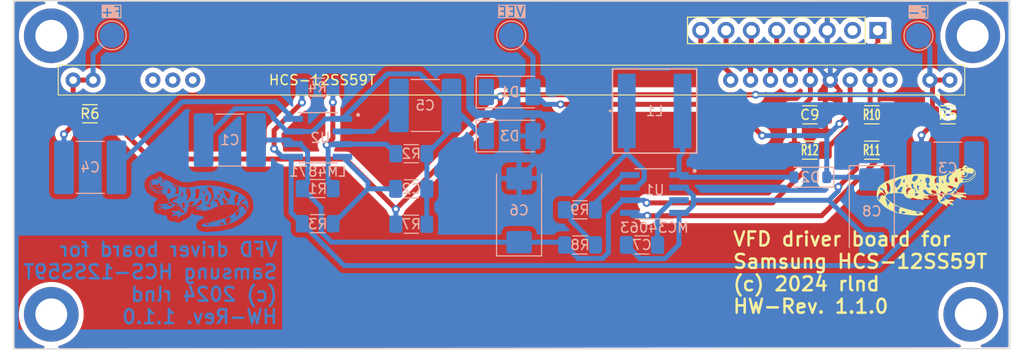
<source format=kicad_pcb>
(kicad_pcb (version 20240108) (generator "pcbnew") (generator_version "8.0")
  (layers (0 "F.Cu" signal) (31 "B.Cu" signal) (34 "B.Paste" user) (35 "F.Paste" user) (36 "B.SilkS" user "B.Silkscreen") (37 "F.SilkS" user "F.Silkscreen") (38 "B.Mask" user) (39 "F.Mask" user) (44 "Edge.Cuts" user))
  (net 0 "")
  (net 1 "VCC")
  (net 2 "VF1")
  (net 3 "VF2")
  (net 4 "VEE")
  (net 5 "Net-(J1-Pin_4)")
  (net 6 "Net-(J1-Pin_5)")
  (net 7 "Net-(J1-Pin_6)")
  (net 8 "Net-(J1-Pin_7)")
  (net 9 "Net-(J1-Pin_8)")
  (net 10 "Net-(D3-K)")
  (net 11 "Net-(U2--IN)")
  (net 12 "Net-(U2-V01)")
  (net 13 "Net-(U2-V02)")
  (net 14 "Net-(U2-BYPASS)")
  (net 15 "Gnd")
  (net 16 "Net-(U1-GND)")
  (net 17 "Net-(U1-TC)")
  (net 18 "Net-(D1-K)")
  (net 19 "Net-(D2-A)")
  (net 21 "Net-(U1-Ipk)")
  (net 22 "Net-(U2-+IN)")
  (net 23 "Net-(U1-DC)")
  (net 24 "Net-(U1-Vfb)")
  (footprint "Resistor_SMD:R_1206_3216Metric_Pad1.30x1.75mm_HandSolder" (layer "F.Cu") (at 93.3362 28.4822)
    (property "Reference" "R12")
    (property "Value" "8k2")
  )
  (footprint "MountingHole:MountingHole_3.2mm_M3_ISO14580_Pad_TopBottom" (layer "F.Cu") (at 17.1934 16.9834)
    (property "Reference" "H1" (hide yes))
    (property "Value" "MountingHole")
  )
  (footprint "Resistor_SMD:R_1206_3216Metric_Pad1.30x1.75mm_HandSolder" (layer "F.Cu") (at 99.5598 28.4822 180)
    (property "Reference" "R11")
    (property "Value" "1k8")
  )
  (footprint "Capacitor_SMD:C_1206_3216Metric_Pad1.33x1.80mm_HandSolder" (layer "F.Cu") (at 93.3362 24.9262 180)
    (property "Reference" "C9")
    (property "Value" "82p")
  )
  (footprint "MountingHole:MountingHole_3.2mm_M3_ISO14580_Pad_TopBottom" (layer "F.Cu") (at 109.4934 44.9834)
    (property "Reference" "H4" (hide yes))
    (property "Value" "MountingHole")
  )
  (footprint "Connector_PinSocket_2.54mm:PinSocket_1x08_P2.54mm_Vertical" (layer "F.Cu") (at 100.1694 16.4426 -90)
    (property "Reference" "J1" (hide yes))
    (property "Value" "MCU")
  )
  (footprint "Resistor_SMD:R_1206_3216Metric_Pad1.30x1.75mm_HandSolder" (layer "F.Cu") (at 107.2046 24.9262)
    (property "Reference" "R5")
    (property "Value" "1k")
  )
  (footprint "MyLib:VFD HCS-12SS59T" (layer "F.Cu") (at 13.3903 19.4369)
    (property "Reference" "V1" (hide yes))
    (property "Value" "HCS-12SS59T")
  )
  (footprint "MyLib:Salamander_Silk" (layer "F.Cu") (at 105 32.5)
    (property "Reference" "G***")
    (property "Value" "LOGO" (hide yes))
  )
  (footprint "MountingHole:MountingHole_3.2mm_M3_ISO14580_Pad_TopBottom" (layer "F.Cu") (at 109.6934 16.9834)
    (property "Reference" "H2" (hide yes))
    (property "Value" "MountingHole")
  )
  (footprint "Resistor_SMD:R_1206_3216Metric_Pad1.30x1.75mm_HandSolder" (layer "F.Cu") (at 21.0773 24.8246)
    (property "Reference" "R6")
    (property "Value" "1k")
  )
  (footprint "Resistor_SMD:R_1206_3216Metric_Pad1.30x1.75mm_HandSolder" (layer "F.Cu") (at 99.5592 24.9262 180)
    (property "Reference" "R10")
    (property "Value" "47k")
  )
  (footprint "MyLib:Salamander_B_Copper" (layer "F.Cu") (at 32.0212 33.6384)
    (property "Reference" "G***" (hide yes))
    (property "Value" "LOGO" (hide yes))
  )
  (footprint "MountingHole:MountingHole_3.2mm_M3_ISO14580_Pad_TopBottom" (layer "F.Cu") (at 17.1934 44.9834)
    (property "Reference" "H3" (hide yes))
    (property "Value" "MountingHole")
  )
  (footprint "Capacitor_Tantalum_SMD:CP_EIA-7343-31_Kemet-D_Pad2.25x2.55mm_HandSolder" (layer "B.Cu") (at 99.5598 34.6294 -90)
    (property "Reference" "C8")
    (property "Value" "100uF")
  )
  (footprint "Capacitor_Tantalum_SMD:CP_EIA-7343-31_Kemet-D_Pad2.25x2.55mm_HandSolder" (layer "B.Cu") (at 64.151 34.5278 90)
    (property "Reference" "C6")
    (property "Value" "100uF")
  )
  (footprint "Resistor_SMD:R_1206_3216Metric_Pad1.30x1.75mm_HandSolder" (layer "B.Cu") (at 70.2482 34.4766 180)
    (property "Reference" "R9")
    (property "Value" "180")
  )
  (footprint "Capacitor_SMD:C_2220_5750Metric_Pad1.97x5.40mm_HandSolder" (layer "B.Cu") (at 21.1033 30.2094 180)
    (property "Reference" "C4")
    (property "Value" "1u")
  )
  (footprint "Diode_SMD:D_2010_5025Metric_Pad1.52x2.65mm_HandSolder" (layer "B.Cu") (at 63.2112 27.0602)
    (property "Reference" "D3")
    (property "Value" "D")
  )
  (footprint "MyLib:SOIC127P599X175-8N" (layer "B.Cu") (at 77.735 32.8764 180)
    (property "Reference" "U1")
    (property "Value" "MC34063")
  )
  (footprint "Resistor_SMD:R_1206_3216Metric_Pad1.30x1.75mm_HandSolder" (layer "B.Cu") (at 43.9338 35.8736)
    (property "Reference" "R3")
    (property "Value" "2k2")
  )
  (footprint "TestPoint:TestPoint_Pad_D2.5mm" (layer "B.Cu") (at 63.373 16.9418 180)
    (property "Reference" "TP1" (hide yes))
    (property "Value" "VEE")
  )
  (footprint "Capacitor_SMD:C_2220_5750Metric_Pad1.97x5.40mm_HandSolder" (layer "B.Cu") (at 54.7294 23.9864)
    (property "Reference" "C5")
    (property "Value" "1u")
  )
  (footprint "Resistor_SMD:R_1206_3216Metric_Pad1.30x1.75mm_HandSolder" (layer "B.Cu") (at 53.3324 28.8378)
    (property "Reference" "R2")
    (property "Value" "10k")
  )
  (footprint "TestPoint:TestPoint_Pad_D2.5mm" (layer "B.Cu") (at 104.2416 16.9926 180)
    (property "Reference" "TP2" (hide yes))
    (property "Value" "F-")
  )
  (footprint "Resistor_SMD:R_1206_3216Metric_Pad1.30x1.75mm_HandSolder" (layer "B.Cu") (at 43.9332 32.343)
    (property "Reference" "R1")
    (property "Value" "10k")
  )
  (footprint "Diode_SMD:D_SOD-123" (layer "B.Cu") (at 93.3876 31.2 180)
    (property "Reference" "D2")
    (property "Value" "1N5819")
  )
  (footprint "TestPoint:TestPoint_Pad_D2.5mm" (layer "B.Cu") (at 23.2664 16.9418 180)
    (property "Reference" "TP3" (hide yes))
    (property "Value" "F+")
  )
  (footprint "Capacitor_SMD:C_2220_5750Metric_Pad1.97x5.40mm_HandSolder" (layer "B.Cu") (at 107.1839 30.2856 180)
    (property "Reference" "C3")
    (property "Value" "1u")
  )
  (footprint "Capacitor_SMD:C_1206_3216Metric_Pad1.33x1.80mm_HandSolder" (layer "B.Cu") (at 53.3324 32.3684)
    (property "Reference" "C2")
    (property "Value" "10n")
  )
  (footprint "MyLib:IND_TAIYO_NRS8040_TAY" (layer "B.Cu") (at 77.7603 24.5452)
    (property "Reference" "L1")
    (property "Value" "100uH")
  )
  (footprint "Resistor_SMD:R_1206_3216Metric_Pad1.30x1.75mm_HandSolder" (layer "B.Cu") (at 53.3324 35.9244)
    (property "Reference" "R7")
    (property "Value" "100k")
  )
  (footprint "Capacitor_SMD:C_2220_5750Metric_Pad1.97x5.40mm_HandSolder" (layer "B.Cu") (at 35.1153 27.4662 180)
    (property "Reference" "C1")
    (property "Value" "1u")
  )
  (footprint "Resistor_SMD:R_1206_3216Metric_Pad1.30x1.75mm_HandSolder" (layer "B.Cu") (at 43.9078 22.1576 180)
    (property "Reference" "R4")
    (property "Value" "10k")
  )
  (footprint "Capacitor_SMD:C_1206_3216Metric_Pad1.33x1.80mm_HandSolder" (layer "B.Cu") (at 76.4903 38.0072 180)
    (property "Reference" "C7")
    (property "Value" "270pF")
  )
  (footprint "MyLib:SOIC127P599X175-8N" (layer "B.Cu") (at 43.9524 27.2376 180)
    (property "Reference" "U2")
    (property "Value" "LM4871")
  )
  (footprint "Resistor_SMD:R_1206_3216Metric_Pad1.30x1.75mm_HandSolder" (layer "B.Cu") (at 70.2736 38.0072)
    (property "Reference" "R8")
    (property "Value" "1")
  )
  (footprint "Diode_SMD:D_2010_5025Metric_Pad1.52x2.65mm_HandSolder" (layer "B.Cu") (at 63.2105 22.6406)
    (property "Reference" "D1")
    (property "Value" "2V7")
  )
  (gr_line (start 13.4112 48.4632) (end 113.411 48.4378) (stroke (width 0.1)) (layer "Edge.Cuts"))
  (gr_line (start 13.4112 13.462) (end 113.411 13.4366) (stroke (width 0.1)) (layer "Edge.Cuts"))
  (gr_line (start 113.411 48.4378) (end 113.411 13.4366) (stroke (width 0.1)) (layer "Edge.Cuts"))
  (gr_line (start 13.4112 13.462) (end 13.4112 48.4632) (stroke (width 0.1)) (layer "Edge.Cuts"))
  (gr_text "VFD driver board for\nSamsung HCS-12SS59T\n(c) 2024 rlnd\nHW-Rev. 1.1.0" (at 40.0304 46.0502 0) (layer "B.Cu") (effects (font (size 1.4 1.4) (thickness 0.25) (bold yes)) (justify left bottom mirror)))
  (gr_text "VFD driver board for\nSamsung HCS-12SS59T\n(c) 2024 rlnd\nHW-Rev. 1.1.0" (at 85.5 45 0) (layer "F.SilkS") (effects (font (size 1.4 1.4) (thickness 0.25) (bold yes)) (justify left bottom)))
  (segment (start 99.3903 25.5933) (end 99.3903 21.4369) (width 0.5) (layer "F.Cu") (net 1))
  (segment (start 100.1694 17.7926) (end 99.3903 18.5717) (width 0.5) (layer "F.Cu") (net 1))
  (segment (start 76.954 33.7812) (end 89.5872 33.7812) (width 0.5) (layer "F.Cu") (net 1))
  (segment (start 97.113 26.2554) (end 98.7282 26.2554) (width 0.5) (layer "F.Cu") (net 1))
  (segment (start 99.3903 18.5717) (end 99.3903 21.4369) (width 0.5) (layer "F.Cu") (net 1))
  (segment (start 94.8862 28.4822) (end 97.113 26.2554) (width 0.5) (layer "F.Cu") (net 1))
  (segment (start 89.5872 33.7812) (end 94.8862 28.4822) (width 0.5) (layer "F.Cu") (net 1))
  (segment (start 98.7282 26.2554) (end 99.3903 25.5933) (width 0.5) (layer "F.Cu") (net 1))
  (segment (start 100.1694 16.4426) (end 100.1694 17.7926) (width 0.5) (layer "F.Cu") (net 1))
  (via (at 76.954 33.7812) (size 0.8) (drill 0.4) (layers "F.Cu" "B.Cu") (net 1))
  (segment (start 44.2868 34.2466) (end 42.3832 32.343) (width 0.5) (layer "B.Cu") (net 1))
  (segment (start 37.7528 27.4662) (end 41.076 27.4662) (width 0.5) (layer "B.Cu") (net 1))
  (segment (start 76.6842 33.5114) (end 76.954 33.7812) (width 0.5) (layer "B.Cu") (net 1))
  (segment (start 64.151 37.7278) (end 45.3192 37.7278) (width 0.5) (layer "B.Cu") (net 1))
  (segment (start 41.4824 27.8726) (end 42.1567 27.8726) (width 0.5) (layer "B.Cu") (net 1))
  (segment (start 68.7236 38.0072) (end 70.0769 39.3605) (width 0.5) (layer "B.Cu") (net 1))
  (segment (start 42.9228 28.6387) (end 42.9228 31.8034) (width 0.5) (layer "B.Cu") (net 1))
  (segment (start 44.2868 36.6954) (end 44.2868 34.2466) (width 0.5) (layer "B.Cu") (net 1))
  (segment (start 42.9228 31.8034) (end 42.3832 32.343) (width 0.5) (layer "B.Cu") (net 1))
  (segment (start 42.1567 27.8726) (end 42.9228 28.6387) (width 0.5) (layer "B.Cu") (net 1))
  (segment (start 73.1169 38.7944) (end 73.1169 34.947) (width 0.5) (layer "B.Cu") (net 1))
  (segment (start 73.1169 34.947) (end 74.5525 33.5114) (width 0.5) (layer "B.Cu") (net 1))
  (segment (start 64.151 37.7278) (end 68.4442 37.7278) (width 0.5) (layer "B.Cu") (net 1))
  (segment (start 41.076 27.4662) (end 41.4824 27.8726) (width 0.5) (layer "B.Cu") (net 1))
  (segment (start 75.265 33.5114) (end 76.6842 33.5114) (width 0.5) (layer "B.Cu") (net 1))
  (segment (start 74.5525 33.5114) (end 75.265 33.5114) (width 0.5) (layer "B.Cu") (net 1))
  (segment (start 45.3192 37.7278) (end 44.2868 36.6954) (width 0.5) (layer "B.Cu") (net 1))
  (segment (start 72.5508 39.3605) (end 73.1169 38.7944) (width 0.5) (layer "B.Cu") (net 1))
  (segment (start 68.4442 37.7278) (end 68.7236 38.0072) (width 0.5) (layer "B.Cu") (net 1))
  (segment (start 70.0769 39.3605) (end 72.5508 39.3605) (width 0.5) (layer "B.Cu") (net 1))
  (segment (start 105.3903 21.4369) (end 105.6546 21.4369) (width 0.5) (layer "F.Cu") (net 2))
  (segment (start 105.6546 24.9262) (end 105.6546 21.4369) (width 0.5) (layer "F.Cu") (net 2))
  (segment (start 104.5464 26.9809) (end 105.6546 25.8727) (width 0.5) (layer "F.Cu") (net 2))
  (segment (start 105.6546 21.4369) (end 107.3903 21.4369) (width 0.5) (layer "F.Cu") (net 2))
  (segment (start 105.6546 25.8727) (end 105.6546 24.9262) (width 0.5) (layer "F.Cu") (net 2))
  (via (at 104.5464 26.9809) (size 0.8) (drill 0.4) (layers "F.Cu" "B.Cu") (net 2))
  (segment (start 105.3903 21.4369) (end 105.3903 18.1413) (width 0.5) (layer "B.Cu") (net 2))
  (segment (start 104.5464 30.2856) (end 104.5464 26.9809) (width 0.5) (layer "B.Cu") (net 2))
  (segment (start 105.3903 18.1413) (end 104.2416 16.9926) (width 0.5) (layer "B.Cu") (net 2))
  (segment (start 19.5273 24.8246) (end 19.3903 24.6876) (width 0.5) (layer "F.Cu") (net 3))
  (segment (start 19.5273 25.8129) (end 19.5273 24.8246) (width 0.5) (layer "F.Cu") (net 3))
  (segment (start 19.3903 24.6876) (end 19.3903 21.4369) (width 0.5) (layer "F.Cu") (net 3))
  (segment (start 19.3903 21.4369) (end 21.3903 21.4369) (width 0.5) (layer "F.Cu") (net 3))
  (segment (start 18.4658 26.8744) (end 19.5273 25.8129) (width 0.5) (layer "F.Cu") (net 3))
  (via (at 18.4658 26.8744) (size 0.8) (drill 0.4) (layers "F.Cu" "B.Cu") (net 3))
  (segment (start 18.4658 30.2094) (end 18.4658 26.8744) (width 0.5) (layer "B.Cu") (net 3))
  (segment (start 21.3903 18.8179) (end 23.2664 16.9418) (width 0.5) (layer "B.Cu") (net 3))
  (segment (start 21.3903 21.4369) (end 21.3903 18.8179) (width 0.5) (layer "B.Cu") (net 3))
  (segment (start 88.5557 27.019) (end 85.4098 23.8731) (width 0.5) (layer "F.Cu") (net 4))
  (segment (start 97.3903 24.3073) (end 97.6125 24.5294) (width 0.5) (layer "F.Cu") (net 4))
  (segment (start 85.4098 23.8731) (end 68.3194 23.8731) (width 0.5) (layer "F.Cu") (net 4))
  (segment (start 97.3903 21.4369) (end 97.3903 24.3073) (width 0.5) (layer "F.Cu") (net 4))
  (segment (start 96.3106 25.8313) (end 97.6125 24.5294) (width 0.5) (layer "F.Cu") (net 4))
  (segment (start 97.6125 24.5294) (end 98.0092 24.9262) (width 0.5) (layer "F.Cu") (net 4))
  (via (at 96.3106 25.8313) (size 0.8) (drill 0.4) (layers "F.Cu" "B.Cu") (net 4))
  (via (at 88.5557 27.019) (size 0.8) (drill 0.4) (layers "F.Cu" "B.Cu") (net 4))
  (via (at 68.3194 23.8731) (size 0.8) (drill 0.4) (layers "F.Cu" "B.Cu") (net 4))
  (segment (start 95.0376 27.019) (end 88.5557 27.019) (width 0.5) (layer "B.Cu") (net 4))
  (segment (start 96.3106 25.8313) (end 95.1229 27.019) (width 0.5) (layer "B.Cu") (net 4))
  (segment (start 65.548 19.1168) (end 63.373 16.9418) (width 0.5) (layer "B.Cu") (net 4))
  (segment (start 95.0376 27.019) (end 95.0376 31.2) (width 0.5) (layer "B.Cu") (net 4))
  (segment (start 66.7805 23.8731) (end 65.548 22.6406) (width 0.5) (layer "B.Cu") (net 4))
  (segment (start 65.548 22.6406) (end 65.548 19.1168) (width 0.5) (layer "B.Cu") (net 4))
  (segment (start 99.3304 31.2) (end 95.0376 31.2) (width 0.5) (layer "B.Cu") (net 4))
  (segment (start 68.3194 23.8731) (end 66.7805 23.8731) (width 0.5) (layer "B.Cu") (net 4))
  (segment (start 95.1229 27.019) (end 95.0376 27.019) (width 0.5) (layer "B.Cu") (net 4))
  (segment (start 99.5598 31.4294) (end 99.3304 31.2) (width 0.5) (layer "B.Cu") (net 4))
  (segment (start 92.5494 17.7926) (end 93.3903 18.6335) (width 0.5) (layer "F.Cu") (net 5))
  (segment (start 93.3903 18.6335) (end 93.3903 21.4369) (width 0.5) (layer "F.Cu") (net 5))
  (segment (start 91.7862 24.9387) (end 91.7862 28.4822) (width 0.5) (layer "F.Cu") (net 5))
  (segment (start 92.5494 16.4426) (end 92.5494 17.7926) (width 0.5) (layer "F.Cu") (net 5))
  (segment (start 91.7737 24.9262) (end 91.7862 24.9387) (width 0.5) (layer "F.Cu") (net 5))
  (segment (start 93.3903 23.3096) (end 91.7737 24.9262) (width 0.5) (layer "F.Cu") (net 5))
  (segment (start 93.3903 21.4369) (end 93.3903 23.3096) (width 0.5) (layer "F.Cu") (net 5))
  (segment (start 90.0094 16.4426) (end 90.0094 17.7926) (width 0.5) (layer "F.Cu") (net 6))
  (segment (start 91.3903 19.1735) (end 91.3903 21.4369) (width 0.5) (layer "F.Cu") (net 6))
  (segment (start 90.0094 17.7926) (end 91.3903 19.1735) (width 0.5) (layer "F.Cu") (net 6))
  (segment (start 87.4694 17.7926) (end 89.3903 19.7135) (width 0.5) (layer "F.Cu") (net 7))
  (segment (start 87.4694 16.4426) (end 87.4694 17.7926) (width 0.5) (layer "F.Cu") (net 7))
  (segment (start 89.3903 19.7135) (end 89.3903 21.4369) (width 0.5) (layer "F.Cu") (net 7))
  (segment (start 84.9294 17.7926) (end 87.3903 20.2535) (width 0.5) (layer "F.Cu") (net 8))
  (segment (start 87.3903 20.2535) (end 87.3903 21.4369) (width 0.5) (layer "F.Cu") (net 8))
  (segment (start 84.9294 16.4426) (end 84.9294 17.7926) (width 0.5) (layer "F.Cu") (net 8))
  (segment (start 82.3894 16.4426) (end 82.3894 17.7926) (width 0.5) (layer "F.Cu") (net 9))
  (segment (start 82.3894 17.7926) (end 85.3903 20.7935) (width 0.5) (layer "F.Cu") (net 9))
  (segment (start 85.3903 20.7935) (end 85.3903 21.4369) (width 0.5) (layer "F.Cu") (net 9))
  (segment (start 40.8455 26.6026) (end 39.4778 25.2349) (width 0.5) (layer "B.Cu") (net 10))
  (segment (start 54.8949 28.8378) (end 54.8824 28.8378) (width 0.5) (layer "B.Cu") (net 10))
  (segment (start 54.8824 32.3809) (end 54.8824 35.9244) (width 0.5) (layer "B.Cu") (net 10))
  (segment (start 58.5566 25.1761) (end 57.3669 23.9864) (width 0.5) (layer "B.Cu") (net 10))
  (segment (start 38.7846 24.3105) (end 35.6335 24.3105) (width 0.5) (layer "B.Cu") (net 10))
  (segment (start 35.6335 24.3105) (end 32.4778 27.4662) (width 0.5) (layer "B.Cu") (net 10))
  (segment (start 41.4824 26.6026) (end 40.8455 26.6026) (width 0.5) (layer "B.Cu") (net 10))
  (segment (start 54.8949 32.3684) (end 54.8824 32.3809) (width 0.5) (layer "B.Cu") (net 10))
  (segment (start 54.19 20.8095) (end 57.3669 23.9864) (width 0.5) (layer "B.Cu") (net 10))
  (segment (start 54.8949 28.8378) (end 54.8949 32.3684) (width 0.5) (layer "B.Cu") (net 10))
  (segment (start 50.9455 20.8095) (end 54.19 20.8095) (width 0.5) (layer "B.Cu") (net 10))
  (segment (start 39.4778 25.2349) (end 39.4778 25.0037) (width 0.5) (layer "B.Cu") (net 10))
  (segment (start 46.4224 25.3326) (end 50.9455 20.8095) (width 0.5) (layer "B.Cu") (net 10))
  (segment (start 46.4224 25.3326) (end 44.7303 25.3326) (width 0.5) (layer "B.Cu") (net 10))
  (segment (start 60.4407 27.0602) (end 58.5566 25.1761) (width 0.5) (layer "B.Cu") (net 10))
  (segment (start 60.8737 27.0602) (end 60.4407 27.0602) (width 0.5) (layer "B.Cu") (net 10))
  (segment (start 44.7303 25.3326) (end 43.4603 26.6026) (width 0.5) (layer "B.Cu") (net 10))
  (segment (start 43.4603 26.6026) (end 41.4824 26.6026) (width 0.5) (layer "B.Cu") (net 10))
  (segment (start 39.4778 25.0037) (end 38.7846 24.3105) (width 0.5) (layer "B.Cu") (net 10))
  (segment (start 58.5566 25.1761) (end 54.8949 28.8378) (width 0.5) (layer "B.Cu") (net 10))
  (segment (start 46.4224 29.1426) (end 48.9809 31.7011) (width 0.5) (layer "B.Cu") (net 11))
  (segment (start 48.9809 31.7011) (end 48.9809 32.3684) (width 0.5) (layer "B.Cu") (net 11))
  (segment (start 48.9809 32.3684) (end 51.7699 32.3684) (width 0.5) (layer "B.Cu") (net 11))
  (segment (start 48.9809 32.3765) (end 45.4838 35.8736) (width 0.5) (layer "B.Cu") (net 11))
  (segment (start 48.9809 32.3684) (end 48.9809 32.3765) (width 0.5) (layer "B.Cu") (net 11))
  (segment (start 39.5616 28.3461) (end 39.5616 26.4875) (width 0.5) (layer "F.Cu") (net 12))
  (segment (start 39.5616 26.4875) (end 42.3578 23.6913) (width 0.5) (layer "F.Cu") (net 12))
  (via (at 42.3578 23.6913) (size 0.8) (drill 0.4) (layers "F.Cu" "B.Cu") (net 12))
  (via (at 39.5616 28.3461) (size 0.8) (drill 0.4) (layers "F.Cu" "B.Cu") (net 12))
  (segment (start 109.8214 30.5017) (end 109.8214 30.2856) (width 0.5) (layer "B.Cu") (net 12))
  (segment (start 41.2716 29.1426) (end 40.3581 29.1426) (width 0.5) (layer "B.Cu") (net 12))
  (segment (start 42.3838 35.8736) (end 46.598 40.0878) (width 0.5) (layer "B.Cu") (net 12))
  (segment (start 41.2716 34.7614) (end 42.3838 35.8736) (width 0.5) (layer "B.Cu") (net 12))
  (segment (start 42.3578 23.6913) (end 42.3578 22.1576) (width 0.5) (layer "B.Cu") (net 12))
  (segment (start 41.2716 29.1426) (end 41.2716 34.7614) (width 0.5) (layer "B.Cu") (net 12))
  (segment (start 41.4824 29.1426) (end 41.2716 29.1426) (width 0.5) (layer "B.Cu") (net 12))
  (segment (start 46.598 40.0878) (end 100.2353 40.0878) (width 0.5) (layer "B.Cu") (net 12))
  (segment (start 40.3581 29.1426) (end 39.5616 28.3461) (width 0.5) (layer "B.Cu") (net 12))
  (segment (start 100.2353 40.0878) (end 109.8214 30.5017) (width 0.5) (layer "B.Cu") (net 12))
  (segment (start 30.3398 23.6104) (end 23.7408 30.2094) (width 0.5) (layer "B.Cu") (net 13))
  (segment (start 41.4824 25.3326) (end 39.7602 23.6104) (width 0.5) (layer "B.Cu") (net 13))
  (segment (start 39.7602 23.6104) (end 30.3398 23.6104) (width 0.5) (layer "B.Cu") (net 13))
  (segment (start 49.4757 26.6026) (end 46.4224 26.6026) (width 0.5) (layer "B.Cu") (net 14))
  (segment (start 52.0919 23.9864) (end 49.4757 26.6026) (width 0.5) (layer "B.Cu") (net 14))
  (segment (start 94.8987 21.9285) (end 95.3903 21.4369) (width 0.5) (layer "F.Cu") (net 15))
  (segment (start 94.8987 24.9262) (end 94.8987 21.9285) (width 0.5) (layer "F.Cu") (net 15))
  (segment (start 74.627 18.7677) (end 94.1143 18.7677) (width 0.5) (layer "B.Cu") (net 15))
  (segment (start 94.1143 18.7677) (end 95.0894 17.7926) (width 0.5) (layer "B.Cu") (net 15))
  (segment (start 65.5487 27.0602) (end 66.3345 27.0602) (width 0.5) (layer "B.Cu") (net 15))
  (segment (start 95.0894 16.4426) (end 95.0894 17.7926) (width 0.5) (layer "B.Cu") (net 15))
  (segment (start 65.5487 29.9301) (end 65.5487 27.0602) (width 0.5) (layer "B.Cu") (net 15))
  (segment (start 64.151 31.3278) (end 65.5487 29.9301) (width 0.5) (layer "B.Cu") (net 15))
  (segment (start 66.3345 27.0602) (end 74.627 18.7677) (width 0.5) (layer "B.Cu") (net 15))
  (segment (start 95.3903 21.4369) (end 95.3903 20.0437) (width 0.5) (layer "B.Cu") (net 15))
  (segment (start 95.3903 20.0437) (end 94.1143 18.7677) (width 0.5) (layer "B.Cu") (net 15))
  (segment (start 96.1945 32.1701) (end 98.0098 30.3548) (width 0.5) (layer "F.Cu") (net 16))
  (segment (start 98.0098 30.3548) (end 98.0098 28.4822) (width 0.5) (layer "F.Cu") (net 16))
  (via (at 96.1945 32.1701) (size 0.8) (drill 0.4) (layers "F.Cu" "B.Cu") (net 16))
  (segment (start 81.6404 34.0185) (end 81.6404 33.5191) (width 0.5) (layer "B.Cu") (net 16))
  (segment (start 81.6404 33.5191) (end 95.2495 33.5191) (width 0.5) (layer "B.Cu") (net 16))
  (segment (start 80.205 34.7814) (end 80.8775 34.7814) (width 0.5) (layer "B.Cu") (net 16))
  (segment (start 81.6404 33.5191) (end 81.6404 33.0497) (width 0.5) (layer "B.Cu") (net 16))
  (segment (start 96.1945 32.5741) (end 95.2495 33.5191) (width 0.5) (layer "B.Cu") (net 16))
  (segment (start 95.2495 33.5191) (end 99.5598 37.8294) (width 0.5) (layer "B.Cu") (net 16))
  (segment (start 78.7941 39.3785) (end 76.2991 39.3785) (width 0.5) (layer "B.Cu") (net 16))
  (segment (start 80.205 34.7814) (end 80.205 37.9676) (width 0.5) (layer "B.Cu") (net 16))
  (segment (start 81.6404 33.0497) (end 80.8321 32.2414) (width 0.5) (layer "B.Cu") (net 16))
  (segment (start 80.205 37.9676) (end 78.7941 39.3785) (width 0.5) (layer "B.Cu") (net 16))
  (segment (start 76.2991 39.3785) (end 74.9278 38.0072) (width 0.5) (layer "B.Cu") (net 16))
  (segment (start 80.8321 32.2414) (end 80.205 32.2414) (width 0.5) (layer "B.Cu") (net 16))
  (segment (start 96.1945 32.1701) (end 96.1945 32.5741) (width 0.5) (layer "B.Cu") (net 16))
  (segment (start 80.8775 34.7814) (end 81.6404 34.0185) (width 0.5) (layer "B.Cu") (net 16))
  (segment (start 79.5683 33.5114) (end 78.0528 35.0269) (width 0.5) (layer "B.Cu") (net 17))
  (segment (start 80.205 33.5114) (end 79.5683 33.5114) (width 0.5) (layer "B.Cu") (net 17))
  (segment (start 78.0528 35.0269) (end 78.0528 38.0072) (width 0.5) (layer "B.Cu") (net 17))
  (segment (start 62.4576 22.9098) (end 87.8963 22.9098) (width 0.5) (layer "F.Cu") (net 18))
  (segment (start 62.2625 23.1049) (end 62.4576 22.9098) (width 0.5) (layer "F.Cu") (net 18))
  (segment (start 108.4581 24.6297) (end 108.7546 24.9262) (width 0.5) (layer "F.Cu") (net 18))
  (segment (start 107.2046 24.6297) (end 108.4581 24.6297) (width 0.5) (layer "F.Cu") (net 18))
  (segment (start 27.1758 29.3731) (end 22.6273 24.8246) (width 0.5) (layer "F.Cu") (net 18))
  (segment (start 51.7824 34.4038) (end 46.7517 29.3731) (width 0.5) (layer "F.Cu") (net 18))
  (segment (start 51.7824 34.4038) (end 62.2625 23.9237) (width 0.5) (layer "F.Cu") (net 18))
  (segment (start 62.2625 23.9237) (end 62.2625 23.1049) (width 0.5) (layer "F.Cu") (net 18))
  (segment (start 46.7517 29.3731) (end 27.1758 29.3731) (width 0.5) (layer "F.Cu") (net 18))
  (via (at 62.2625 23.1049) (size 0.8) (drill 0.4) (layers "F.Cu" "B.Cu") (net 18))
  (via (at 87.8963 22.9098) (size 0.8) (drill 0.4) (layers "F.Cu" "B.Cu") (net 18))
  (via (at 107.2046 24.6297) (size 0.8) (drill 0.4) (layers "F.Cu" "B.Cu") (net 18))
  (via (at 51.7824 34.4038) (size 0.8) (drill 0.4) (layers "F.Cu" "B.Cu") (net 18))
  (segment (start 51.7824 34.4038) (end 51.7824 35.9244) (width 0.5) (layer "B.Cu") (net 18))
  (segment (start 87.8963 22.9098) (end 105.4847 22.9098) (width 0.5) (layer "B.Cu") (net 18))
  (segment (start 61.3373 23.1049) (end 60.873 22.6406) (width 0.5) (layer "B.Cu") (net 18))
  (segment (start 105.4847 22.9098) (end 107.2046 24.6297) (width 0.5) (layer "B.Cu") (net 18))
  (segment (start 62.2625 23.1049) (end 61.3373 23.1049) (width 0.5) (layer "B.Cu") (net 18))
  (segment (start 80.205 30.9714) (end 80.205 29.1474) (width 0.5) (layer "B.Cu") (net 19))
  (segment (start 91.7376 31.2) (end 80.4336 31.2) (width 0.5) (layer "B.Cu") (net 19))
  (segment (start 80.4336 31.2) (end 80.205 30.9714) (width 0.5) (layer "B.Cu") (net 19))
  (segment (start 80.5607 24.5452) (end 80.5607 28.7917) (width 0.5) (layer "B.Cu") (net 19))
  (segment (start 80.205 29.1474) (end 80.5607 28.7917) (width 0.5) (layer "B.Cu") (net 19))
  (segment (start 74.96 24.5452) (end 74.96 26.6684) (width 0.5) (layer "B.Cu") (net 21))
  (segment (start 74.96 28.7842) (end 69.3889 34.3553) (width 0.5) (layer "B.Cu") (net 21))
  (segment (start 68.6982 34.4766) (end 69.3889 34.4766) (width 0.5) (layer "B.Cu") (net 21))
  (segment (start 75.9022 32.2414) (end 75.265 32.2414) (width 0.5) (layer "B.Cu") (net 21))
  (segment (start 69.3889 34.3553) (end 69.3889 34.4766) (width 0.5) (layer "B.Cu") (net 21))
  (segment (start 69.3889 35.5725) (end 71.8236 38.0072) (width 0.5) (layer "B.Cu") (net 21))
  (segment (start 76.7264 31.4172) (end 75.9022 32.2414) (width 0.5) (layer "B.Cu") (net 21))
  (segment (start 69.3889 34.4766) (end 69.3889 35.5725) (width 0.5) (layer "B.Cu") (net 21))
  (segment (start 74.96 28.7842) (end 74.9771 28.7842) (width 0.5) (layer "B.Cu") (net 21))
  (segment (start 76.7264 30.5335) (end 76.7264 31.4172) (width 0.5) (layer "B.Cu") (net 21))
  (segment (start 74.96 26.6684) (end 74.96 28.7842) (width 0.5) (layer "B.Cu") (net 21))
  (segment (start 74.9771 28.7842) (end 76.7264 30.5335) (width 0.5) (layer "B.Cu") (net 21))
  (segment (start 45.4578 27.3181) (end 45.4578 23.6739) (width 0.5) (layer "F.Cu") (net 22))
  (segment (start 44.8365 27.9394) (end 45.4578 27.3181) (width 0.5) (layer "F.Cu") (net 22))
  (via (at 44.8365 27.9394) (size 0.8) (drill 0.4) (layers "F.Cu" "B.Cu") (net 22))
  (via (at 45.4578 23.6739) (size 0.8) (drill 0.4) (layers "F.Cu" "B.Cu") (net 22))
  (segment (start 45.4578 23.6739) (end 45.4578 22.1576) (width 0.5) (layer "B.Cu") (net 22))
  (segment (start 44.987 27.9394) (end 44.8365 27.9394) (width 0.5) (layer "B.Cu") (net 22))
  (segment (start 44.987 27.9394) (end 44.987 31.8468) (width 0.5) (layer "B.Cu") (net 22))
  (segment (start 46.3556 27.9394) (end 46.4224 27.8726) (width 0.5) (layer "B.Cu") (net 22))
  (segment (start 44.987 31.8468) (end 45.4832 32.343) (width 0.5) (layer "B.Cu") (net 22))
  (segment (start 50.8172 27.8726) (end 51.7824 28.8378) (width 0.5) (layer "B.Cu") (net 22))
  (segment (start 46.4224 27.8726) (end 50.8172 27.8726) (width 0.5) (layer "B.Cu") (net 22))
  (segment (start 44.987 27.9394) (end 46.3556 27.9394) (width 0.5) (layer "B.Cu") (net 22))
  (segment (start 71.7982 33.8034) (end 71.7982 34.4766) (width 0.5) (layer "B.Cu") (net 23))
  (segment (start 75.265 30.9714) (end 74.6302 30.9714) (width 0.5) (layer "B.Cu") (net 23))
  (segment (start 74.6302 30.9714) (end 71.7982 33.8034) (width 0.5) (layer "B.Cu") (net 23))
  (segment (start 101.1092 28.4822) (end 101.1098 28.4822) (width 0.5) (layer "F.Cu") (net 24))
  (segment (start 101.1092 28.4822) (end 101.1092 24.9262) (width 0.5) (layer "F.Cu") (net 24))
  (segment (start 77.0172 35.0723) (end 94.5191 35.0723) (width 0.5) (layer "F.Cu") (net 24))
  (segment (start 94.5191 35.0723) (end 101.1092 28.4822) (width 0.5) (layer "F.Cu") (net 24))
  (via (at 77.0172 35.0723) (size 0.8) (drill 0.4) (layers "F.Cu" "B.Cu") (net 24))
  (segment (start 75.5559 35.0723) (end 77.0172 35.0723) (width 0.5) (layer "B.Cu") (net 24))
  (segment (start 75.265 34.7814) (end 75.5559 35.0723) (width 0.5) (layer "B.Cu") (net 24))
  (zone (net 15) (net_name "Gnd") (layers "F&B.Cu") (connect_pads (clearance 0.5)) (min_thickness 0.25) (fill yes (thermal_gap 0.5) (thermal_bridge_width 0.5))
    (polygon (pts (xy 13.5128 13.5636) (xy 113.284 13.5636) (xy 113.284 48.2854) (xy 13.5128 48.387)))
  )
)
</source>
